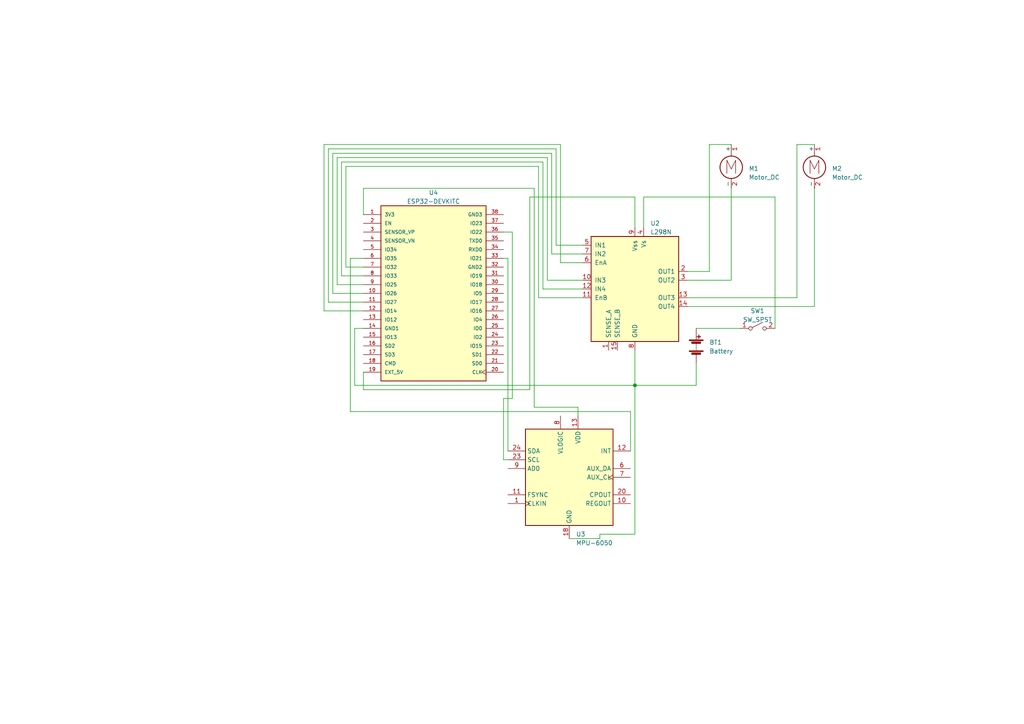
<source format=kicad_sch>
(kicad_sch (version 20230121) (generator eeschema)
  (paper "A4")
  (title_block (title "Balance") (date "2023-08-25") (rev "2"))
  (lib_symbols
    (symbol "Device:Battery" (pin_numbers hide) (pin_names (offset 0) hide)
      (property "Reference" "BT" (at 2.54 2.54 0))
      (property "Value" "Battery" (at 2.54 0 0))
      (symbol "Battery_0_1"
        (rectangle (start -2.032 -1.397) (end 2.032 -1.651) (fill (type outline)))
        (rectangle (start -2.032 1.778) (end 2.032 1.524) (fill (type outline)))
        (rectangle (start -1.3208 -1.9812) (end 1.27 -2.4892) (fill (type outline)))
        (rectangle (start -1.3208 1.1938) (end 1.27 0.6858) (fill (type outline)))
        (polyline (pts (xy 0 -1.524) (xy 0 -1.27)))
        (polyline (pts (xy 0 -1.016) (xy 0 -0.762)))
        (polyline (pts (xy 0 -0.508) (xy 0 -0.254)))
        (polyline (pts (xy 0 0) (xy 0 0.254)))
        (polyline (pts (xy 0 0.508) (xy 0 0.762)))
        (polyline (pts (xy 0 1.778) (xy 0 2.54)))
        (polyline (pts (xy 0.254 2.667) (xy 1.27 2.667)) (stroke (width 0.254)))
        (polyline (pts (xy 0.762 3.175) (xy 0.762 2.159)) (stroke (width 0.254)))
      )
      (symbol "Battery_1_1"
        (pin passive line (at 0 5.08 270) (length 2.54) (name "+") (number "1"))
        (pin passive line (at 0 -5.08 90) (length 2.54) (name "-") (number "2"))
      )
    )
    (symbol "Driver_Motor:L298N" (pin_names (offset 1.016))
      (property "Reference" "U" (at -10.16 16.51 0))
      (property "Value" "L298N" (at 12.7 16.51 0))
      (symbol "L298N_0_1"
        (rectangle (start -12.7 15.24) (end 12.7 -15.24) (stroke (width 0.254)) (fill (type background)))
      )
      (symbol "L298N_1_1"
        (pin power_in line (at -7.62 -17.78 90) (length 2.54) (name "SENSE_A") (number "1"))
        (pin input line (at -15.24 2.54 0) (length 2.54) (name "IN3") (number "10"))
        (pin input line (at -15.24 -2.54 0) (length 2.54) (name "EnB") (number "11"))
        (pin input line (at -15.24 0 0) (length 2.54) (name "IN4") (number "12"))
        (pin output line (at 15.24 -2.54 180) (length 2.54) (name "OUT3") (number "13"))
        (pin output line (at 15.24 -5.08 180) (length 2.54) (name "OUT4") (number "14"))
        (pin power_in line (at -5.08 -17.78 90) (length 2.54) (name "SENSE_B") (number "15"))
        (pin output line (at 15.24 5.08 180) (length 2.54) (name "OUT1") (number "2"))
        (pin output line (at 15.24 2.54 180) (length 2.54) (name "OUT2") (number "3"))
        (pin power_in line (at 2.54 17.78 270) (length 2.54) (name "Vs") (number "4"))
        (pin input line (at -15.24 12.7 0) (length 2.54) (name "IN1") (number "5"))
        (pin input line (at -15.24 7.62 0) (length 2.54) (name "EnA") (number "6"))
        (pin input line (at -15.24 10.16 0) (length 2.54) (name "IN2") (number "7"))
        (pin power_in line (at 0 -17.78 90) (length 2.54) (name "GND") (number "8"))
        (pin power_in line (at 0 17.78 270) (length 2.54) (name "Vss") (number "9"))
      )
    )
    (symbol "ESP32-DEVKITC:ESP32-DEVKITC" (pin_names (offset 1.016))
      (property "Reference" "U" (at -15.2572 26.0643 0))
      (property "Value" "ESP32-DEVKITC" (at -15.2563 -27.9698 0))
      (symbol "ESP32-DEVKITC_0_0"
        (rectangle (start -15.24 -25.4) (end 15.24 25.4) (stroke (width 0.254)) (fill (type background)))
        (pin power_in line (at -20.32 22.86 0) (length 5.08) (name "3V3") (number "1"))
        (pin bidirectional line (at -20.32 0 0) (length 5.08) (name "IO26") (number "10"))
        (pin bidirectional line (at -20.32 -2.54 0) (length 5.08) (name "IO27") (number "11"))
        (pin bidirectional line (at -20.32 -5.08 0) (length 5.08) (name "IO14") (number "12"))
        (pin bidirectional line (at -20.32 -7.62 0) (length 5.08) (name "IO12") (number "13"))
        (pin power_in line (at -20.32 -10.16 0) (length 5.08) (name "GND1") (number "14"))
        (pin bidirectional line (at -20.32 -12.7 0) (length 5.08) (name "IO13") (number "15"))
        (pin bidirectional line (at -20.32 -15.24 0) (length 5.08) (name "SD2") (number "16"))
        (pin bidirectional line (at -20.32 -17.78 0) (length 5.08) (name "SD3") (number "17"))
        (pin bidirectional line (at -20.32 -20.32 0) (length 5.08) (name "CMD") (number "18"))
        (pin power_in line (at -20.32 -22.86 0) (length 5.08) (name "EXT_5V") (number "19"))
        (pin input line (at -20.32 20.32 0) (length 5.08) (name "EN") (number "2"))
        (pin input clock (at 20.32 -22.86 180) (length 5.08) (name "CLK") (number "20"))
        (pin bidirectional line (at 20.32 -20.32 180) (length 5.08) (name "SD0") (number "21"))
        (pin bidirectional line (at 20.32 -17.78 180) (length 5.08) (name "SD1") (number "22"))
        (pin bidirectional line (at 20.32 -15.24 180) (length 5.08) (name "IO15") (number "23"))
        (pin bidirectional line (at 20.32 -12.7 180) (length 5.08) (name "IO2") (number "24"))
        (pin bidirectional line (at 20.32 -10.16 180) (length 5.08) (name "IO0") (number "25"))
        (pin bidirectional line (at 20.32 -7.62 180) (length 5.08) (name "IO4") (number "26"))
        (pin bidirectional line (at 20.32 -5.08 180) (length 5.08) (name "IO16") (number "27"))
        (pin bidirectional line (at 20.32 -2.54 180) (length 5.08) (name "IO17") (number "28"))
        (pin bidirectional line (at 20.32 0 180) (length 5.08) (name "IO5") (number "29"))
        (pin input line (at -20.32 17.78 0) (length 5.08) (name "SENSOR_VP") (number "3"))
        (pin bidirectional line (at 20.32 2.54 180) (length 5.08) (name "IO18") (number "30"))
        (pin bidirectional line (at 20.32 5.08 180) (length 5.08) (name "IO19") (number "31"))
        (pin power_in line (at 20.32 7.62 180) (length 5.08) (name "GND2") (number "32"))
        (pin bidirectional line (at 20.32 10.16 180) (length 5.08) (name "IO21") (number "33"))
        (pin input line (at 20.32 12.7 180) (length 5.08) (name "RXD0") (number "34"))
        (pin output line (at 20.32 15.24 180) (length 5.08) (name "TXD0") (number "35"))
        (pin bidirectional line (at 20.32 17.78 180) (length 5.08) (name "IO22") (number "36"))
        (pin bidirectional line (at 20.32 20.32 180) (length 5.08) (name "IO23") (number "37"))
        (pin power_in line (at 20.32 22.86 180) (length 5.08) (name "GND3") (number "38"))
        (pin input line (at -20.32 15.24 0) (length 5.08) (name "SENSOR_VN") (number "4"))
        (pin bidirectional line (at -20.32 12.7 0) (length 5.08) (name "IO34") (number "5"))
        (pin bidirectional line (at -20.32 10.16 0) (length 5.08) (name "IO35") (number "6"))
        (pin bidirectional line (at -20.32 7.62 0) (length 5.08) (name "IO32") (number "7"))
        (pin bidirectional line (at -20.32 5.08 0) (length 5.08) (name "IO33") (number "8"))
        (pin bidirectional line (at -20.32 2.54 0) (length 5.08) (name "IO25") (number "9"))
      )
    )
    (symbol "Motor:Motor_DC" (pin_names (offset 0))
      (property "Reference" "M" (at 2.54 2.54 0))
      (property "Value" "Motor_DC" (at 2.54 -5.08 0))
      (symbol "Motor_DC_0_0"
        (polyline (pts (xy -1.27 -3.302) (xy -1.27 0.508) (xy 0 -2.032) (xy 1.27 0.508) (xy 1.27 -3.302)))
      )
      (symbol "Motor_DC_0_1"
        (circle (center 0 -1.524) (radius 3.2512) (stroke (width 0.254)))
        (polyline (pts (xy 0 -7.62) (xy 0 -7.112)))
        (polyline (pts (xy 0 -4.7752) (xy 0 -5.1816)))
        (polyline (pts (xy 0 1.7272) (xy 0 2.0828)))
        (polyline (pts (xy 0 2.032) (xy 0 2.54)))
      )
      (symbol "Motor_DC_1_1"
        (pin passive line (at 0 5.08 270) (length 2.54) (name "+") (number "1"))
        (pin passive line (at 0 -7.62 90) (length 2.54) (name "-") (number "2"))
      )
    )
    (symbol "Sensor_Motion:MPU-6050"
      (property "Reference" "U" (at -11.43 13.97 0))
      (property "Value" "MPU-6050" (at 7.62 -15.24 0))
      (symbol "MPU-6050_0_0"
        (text "" (at 12.7 -2.54 0) (effects (font (size 1.27 1.27))))
      )
      (symbol "MPU-6050_0_1"
        (rectangle (start -12.7 13.97) (end 12.7 -13.97) (stroke (width 0.254)) (fill (type background)))
      )
      (symbol "MPU-6050_1_1"
        (pin input clock (at -17.78 -7.62 0) (length 5.08) (name "CLKIN") (number "1"))
        (pin passive line (at 17.78 -7.62 180) (length 5.08) (name "REGOUT") (number "10"))
        (pin input line (at -17.78 -5.08 0) (length 5.08) (name "FSYNC") (number "11"))
        (pin output line (at 17.78 7.62 180) (length 5.08) (name "INT") (number "12"))
        (pin power_in line (at 2.54 17.78 270) (length 3.81) (name "VDD") (number "13"))
        (pin no_connect line (at -12.7 -10.16 0) (length 2.54) hide (name "NC") (number "14"))
        (pin no_connect line (at 12.7 12.7 180) (length 2.54) hide (name "NC") (number "15"))
        (pin no_connect line (at 12.7 10.16 180) (length 2.54) hide (name "NC") (number "16"))
        (pin no_connect line (at 12.7 5.08 180) (length 2.54) hide (name "NC") (number "17"))
        (pin power_in line (at 0 -17.78 90) (length 3.81) (name "GND") (number "18"))
        (pin no_connect line (at 12.7 -10.16 180) (length 2.54) hide (name "RESV") (number "19"))
        (pin no_connect line (at -12.7 12.7 0) (length 2.54) hide (name "NC") (number "2"))
        (pin passive line (at 17.78 -5.08 180) (length 5.08) (name "CPOUT") (number "20"))
        (pin no_connect line (at 12.7 -2.54 180) (length 2.54) hide (name "RESV") (number "21"))
        (pin no_connect line (at 12.7 -12.7 180) (length 2.54) hide (name "RESV") (number "22"))
        (pin input line (at -17.78 5.08 0) (length 5.08) (name "SCL") (number "23"))
        (pin bidirectional line (at -17.78 7.62 0) (length 5.08) (name "SDA") (number "24"))
        (pin no_connect line (at -12.7 10.16 0) (length 2.54) hide (name "NC") (number "3"))
        (pin no_connect line (at -12.7 0 0) (length 2.54) hide (name "NC") (number "4"))
        (pin no_connect line (at -12.7 -2.54 0) (length 2.54) hide (name "NC") (number "5"))
        (pin bidirectional line (at 17.78 2.54 180) (length 5.08) (name "AUX_DA") (number "6"))
        (pin output clock (at 17.78 0 180) (length 5.08) (name "AUX_CL") (number "7"))
        (pin power_in line (at -2.54 17.78 270) (length 3.81) (name "VLOGIC") (number "8"))
        (pin input line (at -17.78 2.54 0) (length 5.08) (name "AD0") (number "9"))
      )
    )
    (symbol "Switch:SW_SPST" (pin_names (offset 0) hide)
      (property "Reference" "SW" (at 0 3.175 0))
      (property "Value" "SW_SPST" (at 0 -2.54 0))
      (symbol "SW_SPST_0_0"
        (circle (center -2.032 0) (radius 0.508))
        (polyline (pts (xy -1.524 0.254) (xy 1.524 1.778)))
        (circle (center 2.032 0) (radius 0.508))
      )
      (symbol "SW_SPST_1_1"
        (pin passive line (at -5.08 0 0) (length 2.54) (name "A") (number "1"))
        (pin passive line (at 5.08 0 180) (length 2.54) (name "B") (number "2"))
      )
    )
  )
  (junction (at 184.15 111.76))
  (wire (pts (xy 161.29 43.18) (xy 95.25 43.18)))
  (wire (pts (xy 99.06 46.99) (xy 99.06 80.01)))
  (wire (pts (xy 147.32 133.35) (xy 146.05 133.35)))
  (wire (pts (xy 153.67 113.03) (xy 105.41 113.03)))
  (wire (pts (xy 160.02 44.45) (xy 96.52 44.45)))
  (wire (pts (xy 199.39 88.9) (xy 236.22 88.9)))
  (wire (pts (xy 168.91 81.28) (xy 158.75 81.28)))
  (wire (pts (xy 147.32 74.93) (xy 147.32 130.81)))
  (wire (pts (xy 100.33 48.26) (xy 100.33 77.47)))
  (wire (pts (xy 96.52 44.45) (xy 96.52 85.09)))
  (wire (pts (xy 184.15 57.15) (xy 184.15 66.04)))
  (wire (pts (xy 102.87 111.76) (xy 184.15 111.76)))
  (wire (pts (xy 162.56 76.2) (xy 162.56 41.91)))
  (wire (pts (xy 105.41 95.25) (xy 102.87 95.25)))
  (wire (pts (xy 212.09 81.28) (xy 212.09 54.61)))
  (wire (pts (xy 168.91 73.66) (xy 160.02 73.66)))
  (wire (pts (xy 168.91 83.82) (xy 157.48 83.82)))
  (wire (pts (xy 205.74 41.91) (xy 212.09 41.91)))
  (wire (pts (xy 96.52 85.09) (xy 105.41 85.09)))
  (wire (pts (xy 157.48 83.82) (xy 157.48 46.99)))
  (wire (pts (xy 201.93 95.25) (xy 214.63 95.25)))
  (wire (pts (xy 167.64 118.11) (xy 167.64 120.65)))
  (wire (pts (xy 199.39 86.36) (xy 231.14 86.36)))
  (wire (pts (xy 101.6 119.38) (xy 182.88 119.38)))
  (wire (pts (xy 184.15 111.76) (xy 201.93 111.76)))
  (wire (pts (xy 184.15 101.6) (xy 184.15 111.76)))
  (wire (pts (xy 199.39 78.74) (xy 205.74 78.74)))
  (wire (pts (xy 93.98 41.91) (xy 93.98 90.17)))
  (wire (pts (xy 101.6 119.38) (xy 101.6 74.93)))
  (wire (pts (xy 146.05 133.35) (xy 146.05 115.57)))
  (wire (pts (xy 201.93 105.41) (xy 201.93 111.76)))
  (wire (pts (xy 224.79 95.25) (xy 224.79 57.15)))
  (wire (pts (xy 95.25 43.18) (xy 95.25 87.63)))
  (wire (pts (xy 231.14 41.91) (xy 236.22 41.91)))
  (wire (pts (xy 154.94 54.61) (xy 154.94 118.11)))
  (wire (pts (xy 153.67 57.15) (xy 184.15 57.15)))
  (wire (pts (xy 160.02 73.66) (xy 160.02 44.45)))
  (wire (pts (xy 93.98 90.17) (xy 105.41 90.17)))
  (wire (pts (xy 173.99 154.94) (xy 173.99 156.21)))
  (wire (pts (xy 97.79 45.72) (xy 97.79 82.55)))
  (wire (pts (xy 154.94 118.11) (xy 167.64 118.11)))
  (wire (pts (xy 148.59 115.57) (xy 148.59 67.31)))
  (wire (pts (xy 148.59 67.31) (xy 146.05 67.31)))
  (wire (pts (xy 162.56 41.91) (xy 93.98 41.91)))
  (wire (pts (xy 173.99 156.21) (xy 165.1 156.21)))
  (wire (pts (xy 105.41 54.61) (xy 154.94 54.61)))
  (wire (pts (xy 157.48 46.99) (xy 99.06 46.99)))
  (wire (pts (xy 97.79 82.55) (xy 105.41 82.55)))
  (wire (pts (xy 156.21 86.36) (xy 156.21 48.26)))
  (wire (pts (xy 186.69 57.15) (xy 224.79 57.15)))
  (wire (pts (xy 173.99 154.94) (xy 184.15 154.94)))
  (wire (pts (xy 168.91 76.2) (xy 162.56 76.2)))
  (wire (pts (xy 168.91 86.36) (xy 156.21 86.36)))
  (wire (pts (xy 158.75 81.28) (xy 158.75 45.72)))
  (wire (pts (xy 99.06 80.01) (xy 105.41 80.01)))
  (wire (pts (xy 168.91 71.12) (xy 161.29 71.12)))
  (wire (pts (xy 156.21 48.26) (xy 100.33 48.26)))
  (wire (pts (xy 95.25 87.63) (xy 105.41 87.63)))
  (wire (pts (xy 100.33 77.47) (xy 105.41 77.47)))
  (wire (pts (xy 146.05 115.57) (xy 148.59 115.57)))
  (wire (pts (xy 105.41 113.03) (xy 105.41 107.95)))
  (wire (pts (xy 101.6 74.93) (xy 105.41 74.93)))
  (wire (pts (xy 153.67 57.15) (xy 153.67 113.03)))
  (wire (pts (xy 182.88 119.38) (xy 182.88 130.81)))
  (wire (pts (xy 236.22 88.9) (xy 236.22 54.61)))
  (wire (pts (xy 186.69 57.15) (xy 186.69 66.04)))
  (wire (pts (xy 158.75 45.72) (xy 97.79 45.72)))
  (wire (pts (xy 231.14 86.36) (xy 231.14 41.91)))
  (wire (pts (xy 105.41 62.23) (xy 105.41 54.61)))
  (wire (pts (xy 199.39 81.28) (xy 212.09 81.28)))
  (wire (pts (xy 205.74 78.74) (xy 205.74 41.91)))
  (wire (pts (xy 102.87 95.25) (xy 102.87 111.76)))
  (wire (pts (xy 161.29 71.12) (xy 161.29 43.18)))
  (wire (pts (xy 147.32 74.93) (xy 146.05 74.93)))
  (wire (pts (xy 184.15 111.76) (xy 184.15 154.94)))
  (symbol (lib_id "Motor:Motor_DC") (at 236.22 46.99 0) (unit 1)
    (property "Reference" "M2" (at 241.3 48.895 0) (effects (justify left)))
    (property "Value" "Motor_DC" (at 241.3 51.435 0) (effects (justify left)))
  )
  (symbol (lib_id "Driver_Motor:L298N") (at 184.15 83.82 0) (unit 1)
    (property "Reference" "U2" (at 188.6459 64.77 0) (effects (justify left)))
    (property "Value" "L298N" (at 188.6459 67.31 0) (effects (justify left)))
    (property "Footprint" "Package_TO_SOT_THT:TO-220-15_P2.54x2.54mm_StaggerOdd_Lead4.58mm_Vertical" (effects hide))
    (property "Datasheet" "http://www.st.com/st-web-ui/static/active/en/resource/technical/document/datasheet/CD00000240.pdf" (effects hide))
  )
  (symbol (lib_id "Sensor_Motion:MPU-6050") (at 165.1 138.43 0) (unit 1)
    (property "Reference" "U3" (at 167.0559 154.94 0) (effects (justify left)))
    (property "Value" "MPU-6050" (at 167.0559 157.48 0) (effects (justify left)))
    (property "Footprint" "Sensor_Motion:InvenSense_QFN-24_4x4mm_P0.5mm" (effects hide))
    (property "Datasheet" "https://invensense.tdk.com/wp-content/uploads/2015/02/MPU-6000-Datasheet1.pdf" (effects hide))
  )
  (symbol (lib_id "Device:Battery") (at 201.93 100.33 0) (unit 1)
    (property "Reference" "BT1" (at 205.74 99.314 0) (effects (justify left)))
    (property "Value" "Battery" (at 205.74 101.854 0) (effects (justify left)))
  )
  (symbol (lib_id "Switch:SW_SPST") (at 219.71 95.25 0) (unit 1)
    (property "Reference" "SW1" (at 219.71 90.17 0))
    (property "Value" "SW_SPST" (at 219.71 92.71 0))
  )
  (symbol (lib_id "ESP32-DEVKITC:ESP32-DEVKITC") (at 125.73 85.09 0) (unit 1)
    (property "Reference" "U4" (at 125.73 55.88 0))
    (property "Value" "ESP32-DEVKITC" (at 125.73 58.42 0))
    (property "Footprint" "MODULE_ESP32-DEVKITC" (effects hide))
    (property "MF" "Espressif Systems" (effects hide))
    (property "Description" "\nESP32-WROOM-32UE series Transceiver; 802.11 b/g/n (Wi-Fi, WiFi, WLAN), Bluetooth ® Smart Ready 4.x Dual Mode Evaluation Board\n" (effects hide))
    (property "Package" "None" (effects hide))
    (property "Price" "None" (effects hide))
    (property "Check_prices" "https://www.snapeda.com/parts/ESP32-DEVKITC/Espressif+Systems/view-part/?ref=eda" (effects hide))
    (property "STANDARD" "Manufacturer Recommendations" (effects hide))
    (property "PARTREV" "N/A" (effects hide))
    (property "SnapEDA_Link" "https://www.snapeda.com/parts/ESP32-DEVKITC/Espressif+Systems/view-part/?ref=snap" (effects hide))
    (property "MP" "ESP32-DEVKITC" (effects hide))
    (property "Availability" "In Stock" (effects hide))
    (property "MANUFACTURER" "ESPRESSIF" (effects hide))
  )
  (symbol (lib_id "Motor:Motor_DC") (at 212.09 46.99 0) (unit 1)
    (property "Reference" "M1" (at 217.17 48.895 0) (effects (justify left)))
    (property "Value" "Motor_DC" (at 217.17 51.435 0) (effects (justify left)))
  )
)
</source>
